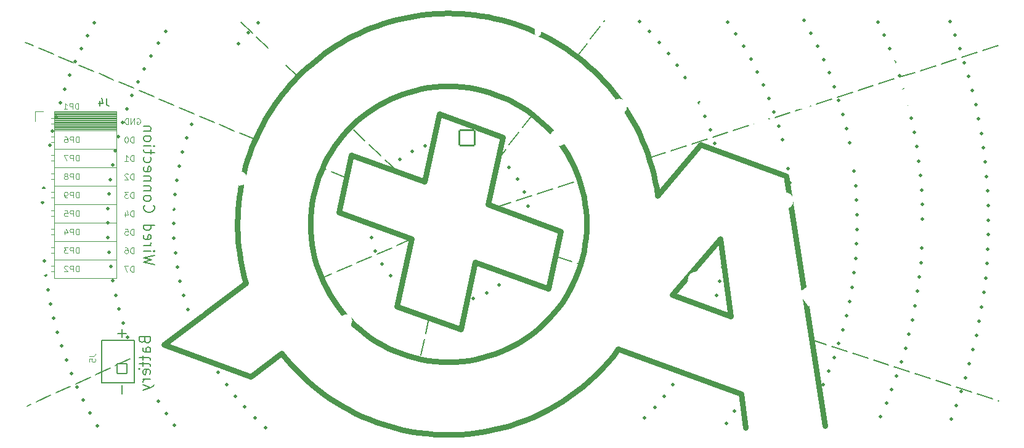
<source format=gbr>
%TF.GenerationSoftware,KiCad,Pcbnew,8.0.4*%
%TF.CreationDate,2025-03-19T10:06:25-07:00*%
%TF.ProjectId,aqp_controller,6171705f-636f-46e7-9472-6f6c6c65722e,rev0*%
%TF.SameCoordinates,Original*%
%TF.FileFunction,Legend,Bot*%
%TF.FilePolarity,Positive*%
%FSLAX46Y46*%
G04 Gerber Fmt 4.6, Leading zero omitted, Abs format (unit mm)*
G04 Created by KiCad (PCBNEW 8.0.4) date 2025-03-19 10:06:25*
%MOMM*%
%LPD*%
G01*
G04 APERTURE LIST*
G04 Aperture macros list*
%AMRoundRect*
0 Rectangle with rounded corners*
0 $1 Rounding radius*
0 $2 $3 $4 $5 $6 $7 $8 $9 X,Y pos of 4 corners*
0 Add a 4 corners polygon primitive as box body*
4,1,4,$2,$3,$4,$5,$6,$7,$8,$9,$2,$3,0*
0 Add four circle primitives for the rounded corners*
1,1,$1+$1,$2,$3*
1,1,$1+$1,$4,$5*
1,1,$1+$1,$6,$7*
1,1,$1+$1,$8,$9*
0 Add four rect primitives between the rounded corners*
20,1,$1+$1,$2,$3,$4,$5,0*
20,1,$1+$1,$4,$5,$6,$7,0*
20,1,$1+$1,$6,$7,$8,$9,0*
20,1,$1+$1,$8,$9,$2,$3,0*%
G04 Aperture macros list end*
%ADD10C,0.200000*%
%ADD11C,0.750000*%
%ADD12C,0.500000*%
%ADD13C,0.100000*%
%ADD14C,0.150000*%
%ADD15C,0.127000*%
%ADD16C,0.120000*%
%ADD17RoundRect,0.102000X-1.050000X-1.050000X1.050000X-1.050000X1.050000X1.050000X-1.050000X1.050000X0*%
%ADD18C,2.304000*%
%ADD19C,2.154000*%
%ADD20C,1.712000*%
%ADD21R,1.700000X1.700000*%
%ADD22O,1.700000X1.700000*%
%ADD23RoundRect,0.102000X1.376798X-0.556262X0.556262X1.376798X-1.376798X0.556262X-0.556262X-1.376798X0*%
%ADD24C,1.982000*%
%ADD25C,2.490000*%
%ADD26RoundRect,0.102000X0.556262X1.376798X-1.376798X0.556262X-0.556262X-1.376798X1.376798X-0.556262X0*%
%ADD27RoundRect,0.102000X0.206662X1.470473X-1.470473X0.206662X-0.206662X-1.470473X1.470473X-0.206662X0*%
%ADD28O,0.890000X1.550000*%
%ADD29O,1.250000X0.950000*%
%ADD30RoundRect,0.102000X1.470473X-0.206662X0.206662X1.470473X-1.470473X0.206662X-0.206662X-1.470473X0*%
%ADD31RoundRect,0.102000X1.476790X0.155217X-0.155217X1.476790X-1.476790X-0.155217X0.155217X-1.476790X0*%
%ADD32RoundRect,0.102000X-0.155217X1.476790X-1.476790X-0.155217X0.155217X-1.476790X1.476790X0.155217X0*%
%ADD33RoundRect,0.102000X-0.654000X0.654000X-0.654000X-0.654000X0.654000X-0.654000X0.654000X0.654000X0*%
%ADD34C,1.512000*%
G04 APERTURE END LIST*
D10*
X133679792Y-112704115D02*
X133225429Y-114856684D01*
X133060206Y-115639437D02*
X132605842Y-117792006D01*
D11*
X113481878Y-81959008D02*
X114007234Y-81302978D01*
X114549322Y-80665686D01*
X115107521Y-80047074D01*
X115681213Y-79447086D01*
X116269780Y-78865668D01*
X116872602Y-78302763D01*
X117117584Y-78082773D01*
D10*
X142875000Y-97475000D02*
X144968455Y-96798653D01*
X145729712Y-96552709D02*
X147823167Y-95876361D01*
X148584423Y-95630417D02*
X150677878Y-94954070D01*
X151439135Y-94708126D02*
X153532590Y-94031779D01*
D11*
X123037020Y-90274170D02*
X121309693Y-98197508D01*
X135082867Y-84654239D02*
X133062246Y-93923053D01*
X108514581Y-107887158D02*
X108292227Y-107074818D01*
X108093880Y-106256455D01*
X107919533Y-105432629D01*
X107769179Y-104603897D01*
X107642812Y-103770821D01*
X107540425Y-102933960D01*
X107462011Y-102093872D01*
X107407563Y-101251118D01*
X129314300Y-111115206D02*
X138045283Y-114293024D01*
D10*
X92600000Y-118300000D02*
X90604147Y-119225511D01*
X89878382Y-119562060D02*
X87882529Y-120487571D01*
X87156764Y-120824120D02*
X85160911Y-121749631D01*
X84435146Y-122086180D02*
X82439293Y-123011691D01*
X81713528Y-123348240D02*
X79717675Y-124273751D01*
X78991910Y-124610300D02*
X78475000Y-124850000D01*
D11*
X107406251Y-101234997D02*
X107406827Y-101233168D01*
D12*
X92302103Y-115318995D02*
X92302103Y-115318995D01*
X91668273Y-113422246D02*
X91668273Y-113422246D01*
X91115682Y-111500257D02*
X91115682Y-111500257D01*
X90645331Y-109556506D02*
X90645331Y-109556506D01*
X90258071Y-107594511D02*
X90258071Y-107594511D01*
X89954602Y-105617821D02*
X89954602Y-105617821D01*
X89735474Y-103630013D02*
X89735474Y-103630013D01*
X89601082Y-101634684D02*
X89601082Y-101634684D01*
X89551670Y-99635446D02*
X89551670Y-99635446D01*
X89587329Y-97635915D02*
X89587329Y-97635915D01*
X89707992Y-95639709D02*
X89707992Y-95639709D01*
X89913441Y-93650441D02*
X89913441Y-93650441D01*
X90203306Y-91671710D02*
X90203306Y-91671710D01*
X90577061Y-89707097D02*
X90577061Y-89707097D01*
X91034030Y-87760157D02*
X91034030Y-87760157D01*
X91573387Y-85834413D02*
X91573387Y-85834413D01*
D11*
X165115182Y-95901787D02*
X171028512Y-88865262D01*
D12*
X174037525Y-105669006D02*
X174037525Y-105669006D01*
X173659516Y-107632723D02*
X173659516Y-107632723D01*
X173178676Y-109573823D02*
X173178676Y-109573823D01*
X172596337Y-111486924D02*
X172596337Y-111486924D01*
D11*
X154191892Y-106258651D02*
X154502462Y-105333221D01*
X154763024Y-104403223D01*
X154974290Y-103470183D01*
X155136971Y-102535628D01*
X155251781Y-101601086D01*
X155319430Y-100668084D01*
X155340632Y-99738148D01*
X155316099Y-98812807D01*
X155246541Y-97893587D01*
X155132673Y-96982015D01*
X154975205Y-96079619D01*
X154774849Y-95187925D01*
X154532319Y-94308460D01*
X154248326Y-93442753D01*
X153923582Y-92592330D01*
X153558800Y-91758718D01*
X153154691Y-90943443D01*
X152711968Y-90148035D01*
X152231342Y-89374019D01*
X151713526Y-88622922D01*
X151159233Y-87896273D01*
X150569173Y-87195597D01*
X149944060Y-86522422D01*
X149284605Y-85878276D01*
X148591521Y-85264685D01*
X147865519Y-84683176D01*
X147107312Y-84135277D01*
X146317612Y-83622515D01*
X145497130Y-83146417D01*
X144646580Y-82708509D01*
X143766674Y-82310320D01*
X142858123Y-81953377D01*
X110028810Y-87665103D02*
X110392940Y-86904052D01*
X110778411Y-86153960D01*
X111184194Y-85416175D01*
X111609263Y-84692043D01*
X112052593Y-83982913D01*
X112513156Y-83290132D01*
X112989926Y-82615048D01*
X113481878Y-81959008D01*
X141793855Y-97101099D02*
X143814476Y-87832284D01*
D10*
X186225000Y-115675000D02*
X188315525Y-116360351D01*
X189075715Y-116609570D02*
X191166240Y-117294922D01*
X191926431Y-117544140D02*
X194016956Y-118229492D01*
X194777146Y-118478710D02*
X196867671Y-119164062D01*
X197627862Y-119413281D02*
X199718387Y-120098632D01*
X200478577Y-120347851D02*
X202569102Y-121033202D01*
X203329293Y-121282421D02*
X205419817Y-121967772D01*
X206180008Y-122216991D02*
X208270533Y-122902342D01*
X209030724Y-123151561D02*
X211121248Y-123836913D01*
X211881439Y-124086131D02*
X212000000Y-124125000D01*
D12*
X168377202Y-120222420D02*
X168377202Y-120222420D01*
X167241029Y-121868077D02*
X167241029Y-121868077D01*
X166019815Y-123451653D02*
X166019815Y-123451653D01*
X164716945Y-124968757D02*
X164716945Y-124968757D01*
X163336030Y-126415183D02*
X163336030Y-126415183D01*
D10*
X111587500Y-75587500D02*
X110001957Y-74062359D01*
X109425397Y-73507762D02*
X107839854Y-71982621D01*
D11*
X150093008Y-108673778D02*
X151820335Y-100750439D01*
X171028512Y-88865262D02*
X182769380Y-93138588D01*
D12*
X128248176Y-92248415D02*
X128248176Y-92248415D01*
X129689367Y-90865666D02*
X129689367Y-90865666D01*
X131356527Y-89765847D02*
X131356527Y-89765847D01*
X133194862Y-88985109D02*
X133194862Y-88985109D01*
D10*
X147875000Y-84750000D02*
X146536733Y-86496150D01*
X146050090Y-87131114D02*
X144711823Y-88877264D01*
X144225180Y-89512228D02*
X143627055Y-90292653D01*
D11*
X108526331Y-107854873D02*
X108514581Y-107887158D01*
X176564610Y-123131982D02*
X159701240Y-116994217D01*
D12*
X195429825Y-71969469D02*
X195429825Y-71969469D01*
X196248429Y-73794180D02*
X196248429Y-73794180D01*
X197010487Y-75643220D02*
X197010487Y-75643220D01*
X197715277Y-77514839D02*
X197715277Y-77514839D01*
X198362131Y-79407261D02*
X198362131Y-79407261D01*
X198950436Y-81318696D02*
X198950436Y-81318696D01*
X199479635Y-83247331D02*
X199479635Y-83247331D01*
X199949226Y-85191339D02*
X199949226Y-85191339D01*
X200358765Y-87148879D02*
X200358765Y-87148879D01*
X200707863Y-89118096D02*
X200707863Y-89118096D01*
X200996190Y-91097124D02*
X200996190Y-91097124D01*
X201223472Y-93084088D02*
X201223472Y-93084088D01*
X201389494Y-95077106D02*
X201389494Y-95077106D01*
X201494100Y-97074290D02*
X201494100Y-97074290D01*
X201537189Y-99073746D02*
X201537189Y-99073746D01*
X201518721Y-101073582D02*
X201518721Y-101073582D01*
X201438714Y-103071902D02*
X201438714Y-103071902D01*
X201297242Y-105066813D02*
X201297242Y-105066813D01*
X201094442Y-107056425D02*
X201094442Y-107056425D01*
X200830503Y-109038853D02*
X200830503Y-109038853D01*
X200505677Y-111012219D02*
X200505677Y-111012219D01*
X200120272Y-112974653D02*
X200120272Y-112974653D01*
X199674652Y-114924296D02*
X199674652Y-114924296D01*
X199169239Y-116859300D02*
X199169239Y-116859300D01*
X198604513Y-118777833D02*
X198604513Y-118777833D01*
X197981008Y-120678077D02*
X197981008Y-120678077D01*
X197299315Y-122558231D02*
X197299315Y-122558231D01*
X196560081Y-124416514D02*
X196560081Y-124416514D01*
X195764005Y-126251166D02*
X195764005Y-126251166D01*
D11*
X126455403Y-127019599D02*
X125498351Y-126652140D01*
X124557626Y-126252552D01*
X123633908Y-125821335D01*
X122727875Y-125358987D01*
X121840205Y-124866008D01*
X120971577Y-124342898D01*
X120122671Y-123790156D01*
X119294165Y-123208281D01*
X118486737Y-122597773D01*
X117701067Y-121959132D01*
X116937833Y-121292856D01*
X116197715Y-120599446D01*
X115481390Y-119879401D01*
X114789538Y-119133220D01*
X114122838Y-118361403D01*
X113481968Y-117564449D01*
X177175000Y-127800000D02*
X176564610Y-123131982D01*
X142858123Y-81953377D02*
X141932696Y-81642807D01*
X141002701Y-81382246D01*
X140069664Y-81170980D01*
X139135111Y-81008299D01*
X138200571Y-80893489D01*
X137267571Y-80825839D01*
X136337637Y-80804636D01*
X135412297Y-80829169D01*
X134493078Y-80898725D01*
X133581507Y-81012592D01*
X132679111Y-81170058D01*
X131787417Y-81370412D01*
X130907953Y-81612940D01*
X130042246Y-81896931D01*
X129191823Y-82221673D01*
X128358210Y-82586453D01*
X127542936Y-82990560D01*
X126747527Y-83433281D01*
X125973510Y-83913904D01*
X125222413Y-84431718D01*
X124495763Y-84986009D01*
X123795087Y-85576067D01*
X123121911Y-86201178D01*
X122477764Y-86860631D01*
X121864173Y-87553714D01*
X121282663Y-88279714D01*
X120734764Y-89037920D01*
X120222001Y-89827619D01*
X119745902Y-90648099D01*
X119307995Y-91498648D01*
X118909805Y-92378554D01*
X118552862Y-93287106D01*
X121309693Y-98197508D02*
X131334920Y-101846392D01*
X167116727Y-109527301D02*
X175127328Y-112442922D01*
D10*
X154050000Y-76675000D02*
X155403730Y-74940810D01*
X155895995Y-74310195D02*
X157249725Y-72576005D01*
X157741991Y-71945391D02*
X157875000Y-71775000D01*
D11*
X140066529Y-105024438D02*
X150093008Y-108673778D01*
X109243897Y-120755123D02*
X97298593Y-116407388D01*
D12*
X129920394Y-108239059D02*
X129920394Y-108239059D01*
X128444831Y-106893062D02*
X128444831Y-106893062D01*
X127237002Y-105302421D02*
X127237002Y-105302421D01*
X126336734Y-103519584D02*
X126336734Y-103519584D01*
X125773710Y-101603339D02*
X125773710Y-101603339D01*
D11*
X151820335Y-100750439D02*
X141793855Y-97101099D01*
D10*
X115525000Y-79375000D02*
X114059375Y-77965188D01*
D11*
X118552862Y-93287106D02*
X118242291Y-94212535D01*
X117981729Y-95142534D01*
X117770463Y-96075574D01*
X117607781Y-97010128D01*
X117492972Y-97944670D01*
X117425322Y-98877673D01*
X117404120Y-99807608D01*
X117428653Y-100732949D01*
X117498210Y-101652169D01*
X117612079Y-102563741D01*
X117769546Y-103466138D01*
X117969901Y-104357831D01*
X118212431Y-105237295D01*
X118496423Y-106103003D01*
X118821166Y-106953426D01*
X119185948Y-107787038D01*
X119590056Y-108602311D01*
X120032778Y-109397720D01*
X120513402Y-110171735D01*
X121031217Y-110922831D01*
X121585509Y-111649480D01*
X122175567Y-112350155D01*
X122800678Y-113023329D01*
X123460131Y-113667475D01*
X124153214Y-114281065D01*
X124879213Y-114862573D01*
X125637418Y-115410471D01*
X126427115Y-115923233D01*
X127247593Y-116399330D01*
X128098140Y-116837236D01*
X128978044Y-117235424D01*
X129886592Y-117592367D01*
X117117584Y-78082773D02*
X117145512Y-78057794D01*
X133062246Y-93923053D02*
X123037020Y-90274170D01*
X131334920Y-101846392D02*
X129314300Y-111115206D01*
D10*
X109700000Y-88125000D02*
X107674405Y-87266534D01*
X106937825Y-86954364D02*
X104912230Y-86095897D01*
X104175650Y-85783728D02*
X102150055Y-84925261D01*
X101413475Y-84613092D02*
X99387880Y-83754625D01*
X98651300Y-83442456D02*
X96625705Y-82583989D01*
X95889125Y-82271819D02*
X93863530Y-81413353D01*
X93126950Y-81101183D02*
X91101355Y-80242717D01*
X90364775Y-79930547D02*
X88339179Y-79072081D01*
X87602599Y-78759911D02*
X85577004Y-77901445D01*
X84840424Y-77589275D02*
X82814829Y-76730809D01*
X82078249Y-76418639D02*
X80052654Y-75560173D01*
X79316074Y-75248003D02*
X78200001Y-74775000D01*
X151224387Y-104272291D02*
X153320777Y-104939485D01*
X154083101Y-105182101D02*
X154374998Y-105275000D01*
D11*
X113481968Y-117564449D02*
X109243897Y-120755123D01*
X117145512Y-78057794D02*
X118661596Y-76804248D01*
D12*
X174742631Y-71966335D02*
X174742631Y-71966335D01*
X175876943Y-73613372D02*
X175876943Y-73613372D01*
X176940248Y-75307120D02*
X176940248Y-75307120D01*
X177930625Y-77044517D02*
X177930625Y-77044517D01*
X178846286Y-78822427D02*
X178846286Y-78822427D01*
X179685577Y-80637638D02*
X179685577Y-80637638D01*
X180446981Y-82486870D02*
X180446981Y-82486870D01*
X181129123Y-84366785D02*
X181129123Y-84366785D01*
X181730772Y-86273986D02*
X181730772Y-86273986D01*
X182250840Y-88205029D02*
X182250840Y-88205029D01*
X182688388Y-90156426D02*
X182688388Y-90156426D01*
X183042626Y-92124652D02*
X183042626Y-92124652D01*
X183312915Y-94106152D02*
X183312915Y-94106152D01*
X183498765Y-96097347D02*
X183498765Y-96097347D01*
X183599841Y-98094641D02*
X183599841Y-98094641D01*
X162605510Y-71878115D02*
X162605510Y-71878115D01*
X164023256Y-73288458D02*
X164023256Y-73288458D01*
X165364728Y-74771538D02*
X165364728Y-74771538D01*
X166626198Y-76323236D02*
X166626198Y-76323236D01*
X167804163Y-77939241D02*
X167804163Y-77939241D01*
X168895350Y-79615065D02*
X168895350Y-79615065D01*
X169896728Y-81346052D02*
X169896728Y-81346052D01*
X170805515Y-83127394D02*
X170805515Y-83127394D01*
X171619188Y-84954143D02*
X171619188Y-84954143D01*
X172335485Y-86821224D02*
X172335485Y-86821224D01*
X172952418Y-88723451D02*
X172952418Y-88723451D01*
X111227721Y-127777817D02*
X111227721Y-127777817D01*
X109773348Y-126405273D02*
X109773348Y-126405273D01*
X108393220Y-124958095D02*
X108393220Y-124958095D01*
X107091161Y-123440295D02*
X107091161Y-123440295D01*
X105870779Y-121856077D02*
X105870779Y-121856077D01*
X104735457Y-120209833D02*
X104735457Y-120209833D01*
X176780891Y-123863411D02*
X176780891Y-123863411D01*
X175707748Y-125550942D02*
X175707748Y-125550942D01*
X174563841Y-127191330D02*
X174563841Y-127191330D01*
D11*
X173696466Y-101800515D02*
X167116727Y-109527301D01*
X159701240Y-116994217D02*
X158972653Y-117940001D01*
X158210041Y-118849266D01*
X157414804Y-119721583D01*
X156588342Y-120556524D01*
X155732055Y-121353660D01*
X154847343Y-122112561D01*
X153935608Y-122832800D01*
X152998249Y-123513948D01*
X152036667Y-124155576D01*
X151052261Y-124757256D01*
X150046433Y-125318558D01*
X149020583Y-125839054D01*
X147976111Y-126318316D01*
X146914417Y-126755915D01*
X145836901Y-127151421D01*
X144744965Y-127504408D01*
X143640008Y-127814444D01*
X142523431Y-128081103D01*
X141396634Y-128303956D01*
X140261017Y-128482573D01*
X139117980Y-128616527D01*
X137968925Y-128705387D01*
X136815251Y-128748727D01*
X135658359Y-128746117D01*
X134499649Y-128697128D01*
X133340521Y-128601332D01*
X132182376Y-128458300D01*
X131026614Y-128267603D01*
X129874635Y-128028814D01*
X128727840Y-127741502D01*
X127587629Y-127405240D01*
X126455403Y-127019599D01*
D10*
X164100000Y-90600000D02*
X166194384Y-89926533D01*
X166955978Y-89681636D02*
X169050361Y-89008170D01*
X169811955Y-88763273D02*
X171906339Y-88089806D01*
X172667933Y-87844909D02*
X174762316Y-87171442D01*
X175523910Y-86926545D02*
X177618294Y-86253078D01*
X178379888Y-86008181D02*
X180474272Y-85334715D01*
X181235866Y-85089818D02*
X183330249Y-84416351D01*
X184091843Y-84171454D02*
X186186227Y-83497987D01*
X186947821Y-83253090D02*
X189042204Y-82579624D01*
X189803798Y-82334727D02*
X191898182Y-81661260D01*
X192659776Y-81416363D02*
X194754160Y-80742896D01*
X195515754Y-80497999D02*
X197610137Y-79824532D01*
X198371731Y-79579635D02*
X200466115Y-78906169D01*
X201227709Y-78661272D02*
X203322092Y-77987805D01*
X204083687Y-77742908D02*
X206178070Y-77069441D01*
X206939664Y-76824544D02*
X209034048Y-76151078D01*
X209795642Y-75906181D02*
X211890025Y-75232714D01*
D11*
X108548622Y-107939745D02*
X108526331Y-107854873D01*
D12*
X143171776Y-90679292D02*
X143171776Y-90679292D01*
X144653057Y-92018993D02*
X144653057Y-92018993D01*
X145867678Y-93604454D02*
X145867678Y-93604454D01*
X146775596Y-95383408D02*
X146775596Y-95383408D01*
X147346881Y-97297207D02*
X147346881Y-97297207D01*
X147562698Y-99282759D02*
X147562698Y-99282759D01*
X107500000Y-74975000D02*
X107500000Y-74975000D01*
X108828617Y-73480392D02*
X108828617Y-73480392D01*
X110233998Y-72057725D02*
X110233998Y-72057725D01*
D11*
X129886592Y-117592367D02*
X130812021Y-117902937D01*
X131742020Y-118163500D01*
X132675060Y-118374766D01*
X133609615Y-118537449D01*
X134544158Y-118652260D01*
X135477161Y-118719911D01*
X136407097Y-118741114D01*
X137332439Y-118716582D01*
X138251660Y-118647027D01*
X139163233Y-118533160D01*
X140065630Y-118375695D01*
X140957325Y-118175342D01*
X141836791Y-117932814D01*
X142702499Y-117648824D01*
X143552924Y-117324082D01*
X144386537Y-116959302D01*
X145201812Y-116555196D01*
X145997222Y-116112475D01*
X146771239Y-115631852D01*
X147522337Y-115114038D01*
X148248988Y-114559747D01*
X148949665Y-113969690D01*
X149622840Y-113344578D01*
X150266988Y-112685125D01*
X150880580Y-111992043D01*
X151462089Y-111266042D01*
X152009989Y-110507837D01*
X152522752Y-109718138D01*
X152998850Y-108897657D01*
X153436758Y-108047108D01*
X153834948Y-107167202D01*
X154191892Y-106258651D01*
X107407563Y-101251118D02*
X107406251Y-101234997D01*
X143814476Y-87832284D02*
X135082867Y-84654239D01*
D10*
X129250000Y-92450000D02*
X127656017Y-90933683D01*
X127076386Y-90382295D02*
X125482403Y-88865978D01*
X124902773Y-88314590D02*
X123308789Y-86798273D01*
D12*
X88092437Y-127522776D02*
X88092437Y-127522776D01*
X87121850Y-125774194D02*
X87121850Y-125774194D01*
X86214316Y-123992073D02*
X86214316Y-123992073D01*
X85370991Y-122178684D02*
X85370991Y-122178684D01*
X84592951Y-120336341D02*
X84592951Y-120336341D01*
X83881188Y-118467392D02*
X83881188Y-118467392D01*
X83236610Y-116574222D02*
X83236610Y-116574222D01*
X82660039Y-114659244D02*
X82660039Y-114659244D01*
X82152211Y-112724900D02*
X82152211Y-112724900D01*
X81713771Y-110773658D02*
X81713771Y-110773658D01*
X81345281Y-108808006D02*
X81345281Y-108808006D01*
X81047210Y-106830450D02*
X81047210Y-106830450D01*
X80819937Y-104843512D02*
X80819937Y-104843512D01*
X80663754Y-102849726D02*
X80663754Y-102849726D01*
X80578858Y-100851635D02*
X80578858Y-100851635D01*
X80565358Y-98851787D02*
X80565358Y-98851787D01*
X80623272Y-96852732D02*
X80623272Y-96852732D01*
X80752525Y-94857019D02*
X80752525Y-94857019D01*
X80952954Y-92867194D02*
X80952954Y-92867194D01*
X81224301Y-90885794D02*
X81224301Y-90885794D01*
X81566221Y-88915346D02*
X81566221Y-88915346D01*
X81978278Y-86958363D02*
X81978278Y-86958363D01*
X82459947Y-85017340D02*
X82459947Y-85017340D01*
X83010613Y-83094753D02*
X83010613Y-83094753D01*
X83629575Y-81193053D02*
X83629575Y-81193053D01*
X84316042Y-79314666D02*
X84316042Y-79314666D01*
X85069139Y-77461987D02*
X85069139Y-77461987D01*
X85887906Y-75637379D02*
X85887906Y-75637379D01*
X86771299Y-73843168D02*
X86771299Y-73843168D01*
X87718191Y-72081644D02*
X87718191Y-72081644D01*
X144769018Y-106811728D02*
X144769018Y-106811728D01*
X143307990Y-108173493D02*
X143307990Y-108173493D01*
X141624944Y-109248837D02*
X141624944Y-109248837D01*
X139775290Y-110002355D02*
X139775290Y-110002355D01*
X101242478Y-113387811D02*
X101242478Y-113387811D01*
X100558801Y-111508539D02*
X100558801Y-111508539D01*
X99975031Y-109595874D02*
X99975031Y-109595874D01*
X99492787Y-107655123D02*
X99492787Y-107655123D01*
X99113408Y-105691670D02*
X99113408Y-105691670D01*
X98837946Y-103710964D02*
X98837946Y-103710964D01*
X98667165Y-101718501D02*
X98667165Y-101718501D01*
X98601539Y-99719810D02*
X98601539Y-99719810D01*
X98641251Y-97720435D02*
X98641251Y-97720435D01*
X98786190Y-95725926D02*
X98786190Y-95725926D01*
X99035954Y-93741816D02*
X99035954Y-93741816D01*
X99389850Y-91773610D02*
X99389850Y-91773610D01*
X99846896Y-89826771D02*
X99846896Y-89826771D01*
X100405823Y-87906699D02*
X100405823Y-87906699D01*
X101065082Y-86018723D02*
X101065082Y-86018723D01*
X185224858Y-71775081D02*
X185224858Y-71775081D01*
X186182995Y-73530514D02*
X186182995Y-73530514D01*
X187077830Y-75319046D02*
X187077830Y-75319046D01*
X187908223Y-77138392D02*
X187908223Y-77138392D01*
X188673113Y-78986234D02*
X188673113Y-78986234D01*
X189371526Y-80860212D02*
X189371526Y-80860212D01*
X190002569Y-82757937D02*
X190002569Y-82757937D01*
X190565438Y-84676987D02*
X190565438Y-84676987D01*
X191059415Y-86614914D02*
X191059415Y-86614914D01*
X191483869Y-88569246D02*
X191483869Y-88569246D01*
X191838259Y-90537489D02*
X191838259Y-90537489D01*
X192122133Y-92517133D02*
X192122133Y-92517133D01*
X192335129Y-94505652D02*
X192335129Y-94505652D01*
X192476975Y-96500509D02*
X192476975Y-96500509D01*
X192547490Y-98499159D02*
X192547490Y-98499159D01*
X192546585Y-100499053D02*
X192546585Y-100499053D01*
X192474259Y-102497638D02*
X192474259Y-102497638D01*
X192330606Y-104492366D02*
X192330606Y-104492366D01*
X192115809Y-106480691D02*
X192115809Y-106480691D01*
X191830141Y-108460077D02*
X191830141Y-108460077D01*
X191473968Y-110427999D02*
X191473968Y-110427999D01*
X191047744Y-112381945D02*
X191047744Y-112381945D01*
X190552012Y-114319424D02*
X190552012Y-114319424D01*
X189987405Y-116237964D02*
X189987405Y-116237964D01*
X189354643Y-118135116D02*
X189354643Y-118135116D01*
X188654533Y-120008461D02*
X188654533Y-120008461D01*
X187887969Y-121855608D02*
X187887969Y-121855608D01*
D10*
X122325000Y-93450000D02*
X120302083Y-92585242D01*
X119566477Y-92270784D02*
X119050000Y-92050000D01*
D12*
X98748767Y-127456411D02*
X98748767Y-127456411D01*
X97593631Y-125823909D02*
X97593631Y-125823909D01*
X96508923Y-124143788D02*
X96508923Y-124143788D01*
X205273347Y-71915364D02*
X205273347Y-71915364D01*
X205992706Y-73781450D02*
X205992706Y-73781450D01*
X206661395Y-75666287D02*
X206661395Y-75666287D01*
X207278925Y-77568500D02*
X207278925Y-77568500D01*
X207844845Y-79486700D02*
X207844845Y-79486700D01*
X208358742Y-81419487D02*
X208358742Y-81419487D01*
X208820241Y-83365451D02*
X208820241Y-83365451D01*
X209229006Y-85323171D02*
X209229006Y-85323171D01*
X209584738Y-87291219D02*
X209584738Y-87291219D01*
X209887178Y-89268158D02*
X209887178Y-89268158D01*
X210136104Y-91252545D02*
X210136104Y-91252545D01*
X210331336Y-93242932D02*
X210331336Y-93242932D01*
X210472729Y-95237867D02*
X210472729Y-95237867D01*
X210560183Y-97235893D02*
X210560183Y-97235893D01*
X210593632Y-99235552D02*
X210593632Y-99235552D01*
X210573051Y-101235386D02*
X210573051Y-101235386D01*
X210498458Y-103233933D02*
X210498458Y-103233933D01*
X210369904Y-105229737D02*
X210369904Y-105229737D01*
X210187486Y-107221339D02*
X210187486Y-107221339D01*
X209951334Y-109207287D02*
X209951334Y-109207287D01*
X209661623Y-111186131D02*
X209661623Y-111186131D01*
X209318563Y-113156427D02*
X209318563Y-113156427D01*
X208922405Y-115116737D02*
X208922405Y-115116737D01*
X208473437Y-117065630D02*
X208473437Y-117065630D01*
X207971988Y-119001685D02*
X207971988Y-119001685D01*
X207418424Y-120923487D02*
X207418424Y-120923487D01*
X206813148Y-122829634D02*
X206813148Y-122829634D01*
X206156602Y-124718735D02*
X206156602Y-124718735D01*
X205449266Y-126589412D02*
X205449266Y-126589412D01*
D11*
X107406827Y-101233168D02*
X107376875Y-100377439D01*
X107372067Y-99520092D01*
X107392553Y-98661694D01*
X107438482Y-97802814D01*
X107510004Y-96944017D01*
X107607270Y-96085872D01*
X107730428Y-95228946D01*
X107879631Y-94373807D01*
X108055026Y-93521021D01*
X108256765Y-92671157D01*
X108484998Y-91824782D01*
X108739873Y-90982464D01*
X109021542Y-90144769D01*
X109330155Y-89312266D01*
X109665860Y-88485521D01*
X110028810Y-87665103D01*
X146291696Y-72519833D02*
X147241317Y-72883886D01*
X148172444Y-73277754D01*
X149084595Y-73700821D01*
X149977287Y-74152470D01*
X150850038Y-74632085D01*
X151702367Y-75139050D01*
X152533791Y-75672750D01*
X153343828Y-76232567D01*
X154131995Y-76817887D01*
X154897812Y-77428092D01*
X155640795Y-78062567D01*
X156360463Y-78720695D01*
X157056334Y-79401862D01*
X157727925Y-80105449D01*
X158374754Y-80830843D01*
X158996340Y-81577425D01*
X159592200Y-82344581D01*
X160161852Y-83131694D01*
X160704814Y-83938149D01*
X161220604Y-84763328D01*
X161708740Y-85606617D01*
X162168739Y-86467398D01*
X162600121Y-87345056D01*
X163002401Y-88238975D01*
X163375100Y-89148539D01*
X163717733Y-90073132D01*
X164029820Y-91012136D01*
X164310879Y-91964938D01*
X164560426Y-92930920D01*
X164777980Y-93909466D01*
X164963059Y-94899960D01*
X165115182Y-95901787D01*
D12*
X92302104Y-115318995D02*
X92302104Y-115318995D01*
X91668274Y-113422246D02*
X91668274Y-113422246D01*
X91115683Y-111500257D02*
X91115683Y-111500257D01*
X90645332Y-109556506D02*
X90645332Y-109556506D01*
X90258072Y-107594511D02*
X90258072Y-107594511D01*
X89954603Y-105617821D02*
X89954603Y-105617821D01*
X89735474Y-103630013D02*
X89735474Y-103630013D01*
X89601082Y-101634685D02*
X89601082Y-101634685D01*
X89551670Y-99635446D02*
X89551670Y-99635446D01*
X89587328Y-97635915D02*
X89587328Y-97635915D01*
X89707991Y-95639709D02*
X89707991Y-95639709D01*
X89913441Y-93650441D02*
X89913441Y-93650441D01*
X90203305Y-91671710D02*
X90203305Y-91671710D01*
X90577060Y-89707097D02*
X90577060Y-89707097D01*
X91034029Y-87760157D02*
X91034029Y-87760157D01*
X91573385Y-85834413D02*
X91573385Y-85834413D01*
X92194152Y-83933348D02*
X92194152Y-83933348D01*
X92895208Y-82060405D02*
X92895208Y-82060405D01*
X93675282Y-80218970D02*
X93675282Y-80218970D01*
X94532965Y-78412378D02*
X94532965Y-78412378D01*
X95466703Y-76643895D02*
X95466703Y-76643895D01*
X96474808Y-74916724D02*
X96474808Y-74916724D01*
X97555455Y-73233988D02*
X97555455Y-73233988D01*
D11*
X138045283Y-114293024D02*
X140066529Y-105024438D01*
X118661596Y-76804248D02*
X119391859Y-76259534D01*
X120137259Y-75739224D01*
X120897143Y-75243529D01*
X121670854Y-74772659D01*
X122457740Y-74326824D01*
X123257145Y-73906233D01*
X124068414Y-73511097D01*
X124890894Y-73141626D01*
X125723930Y-72798030D01*
X126566866Y-72480518D01*
X127419050Y-72189301D01*
X128279825Y-71924590D01*
X129148538Y-71686593D01*
X130024534Y-71475521D01*
X130907158Y-71291584D01*
X131795757Y-71134992D01*
X132689674Y-71005955D01*
X133588257Y-70904684D01*
X134490850Y-70831387D01*
X135396799Y-70786276D01*
X136305450Y-70769559D01*
X137216147Y-70781448D01*
X138128236Y-70822153D01*
X139041063Y-70891882D01*
X139953974Y-70990847D01*
X140866313Y-71119257D01*
X141777426Y-71277323D01*
X142686659Y-71465254D01*
X143593357Y-71683260D01*
X144496865Y-71931552D01*
X145396530Y-72210340D01*
X146291696Y-72519833D01*
X175127328Y-112442922D02*
X173696466Y-101800515D01*
X97298593Y-116407388D02*
X108548622Y-107939745D01*
X182769380Y-93138588D02*
X188126221Y-127580386D01*
D10*
X131334920Y-101846392D02*
X129316348Y-102721245D01*
X128582322Y-103039373D02*
X126563750Y-103914226D01*
X125829724Y-104232354D02*
X123811152Y-105107207D01*
X123077126Y-105425335D02*
X121058554Y-106300188D01*
X120324528Y-106618317D02*
X118924955Y-107224894D01*
D13*
X85587217Y-106334895D02*
X85587217Y-105534895D01*
X85587217Y-105534895D02*
X85396741Y-105534895D01*
X85396741Y-105534895D02*
X85282455Y-105572990D01*
X85282455Y-105572990D02*
X85206265Y-105649180D01*
X85206265Y-105649180D02*
X85168170Y-105725371D01*
X85168170Y-105725371D02*
X85130074Y-105877752D01*
X85130074Y-105877752D02*
X85130074Y-105992038D01*
X85130074Y-105992038D02*
X85168170Y-106144419D01*
X85168170Y-106144419D02*
X85206265Y-106220609D01*
X85206265Y-106220609D02*
X85282455Y-106296800D01*
X85282455Y-106296800D02*
X85396741Y-106334895D01*
X85396741Y-106334895D02*
X85587217Y-106334895D01*
X84787217Y-106334895D02*
X84787217Y-105534895D01*
X84787217Y-105534895D02*
X84482455Y-105534895D01*
X84482455Y-105534895D02*
X84406265Y-105572990D01*
X84406265Y-105572990D02*
X84368170Y-105611085D01*
X84368170Y-105611085D02*
X84330074Y-105687276D01*
X84330074Y-105687276D02*
X84330074Y-105801561D01*
X84330074Y-105801561D02*
X84368170Y-105877752D01*
X84368170Y-105877752D02*
X84406265Y-105915847D01*
X84406265Y-105915847D02*
X84482455Y-105953942D01*
X84482455Y-105953942D02*
X84787217Y-105953942D01*
X84025313Y-105611085D02*
X83987217Y-105572990D01*
X83987217Y-105572990D02*
X83911027Y-105534895D01*
X83911027Y-105534895D02*
X83720551Y-105534895D01*
X83720551Y-105534895D02*
X83644360Y-105572990D01*
X83644360Y-105572990D02*
X83606265Y-105611085D01*
X83606265Y-105611085D02*
X83568170Y-105687276D01*
X83568170Y-105687276D02*
X83568170Y-105763466D01*
X83568170Y-105763466D02*
X83606265Y-105877752D01*
X83606265Y-105877752D02*
X84063408Y-106334895D01*
X84063408Y-106334895D02*
X83568170Y-106334895D01*
X85587217Y-101254895D02*
X85587217Y-100454895D01*
X85587217Y-100454895D02*
X85396741Y-100454895D01*
X85396741Y-100454895D02*
X85282455Y-100492990D01*
X85282455Y-100492990D02*
X85206265Y-100569180D01*
X85206265Y-100569180D02*
X85168170Y-100645371D01*
X85168170Y-100645371D02*
X85130074Y-100797752D01*
X85130074Y-100797752D02*
X85130074Y-100912038D01*
X85130074Y-100912038D02*
X85168170Y-101064419D01*
X85168170Y-101064419D02*
X85206265Y-101140609D01*
X85206265Y-101140609D02*
X85282455Y-101216800D01*
X85282455Y-101216800D02*
X85396741Y-101254895D01*
X85396741Y-101254895D02*
X85587217Y-101254895D01*
X84787217Y-101254895D02*
X84787217Y-100454895D01*
X84787217Y-100454895D02*
X84482455Y-100454895D01*
X84482455Y-100454895D02*
X84406265Y-100492990D01*
X84406265Y-100492990D02*
X84368170Y-100531085D01*
X84368170Y-100531085D02*
X84330074Y-100607276D01*
X84330074Y-100607276D02*
X84330074Y-100721561D01*
X84330074Y-100721561D02*
X84368170Y-100797752D01*
X84368170Y-100797752D02*
X84406265Y-100835847D01*
X84406265Y-100835847D02*
X84482455Y-100873942D01*
X84482455Y-100873942D02*
X84787217Y-100873942D01*
X83644360Y-100721561D02*
X83644360Y-101254895D01*
X83834836Y-100416800D02*
X84025313Y-100988228D01*
X84025313Y-100988228D02*
X83530074Y-100988228D01*
X93112217Y-106359895D02*
X93112217Y-105559895D01*
X93112217Y-105559895D02*
X92921741Y-105559895D01*
X92921741Y-105559895D02*
X92807455Y-105597990D01*
X92807455Y-105597990D02*
X92731265Y-105674180D01*
X92731265Y-105674180D02*
X92693170Y-105750371D01*
X92693170Y-105750371D02*
X92655074Y-105902752D01*
X92655074Y-105902752D02*
X92655074Y-106017038D01*
X92655074Y-106017038D02*
X92693170Y-106169419D01*
X92693170Y-106169419D02*
X92731265Y-106245609D01*
X92731265Y-106245609D02*
X92807455Y-106321800D01*
X92807455Y-106321800D02*
X92921741Y-106359895D01*
X92921741Y-106359895D02*
X93112217Y-106359895D01*
X92388408Y-105559895D02*
X91855074Y-105559895D01*
X91855074Y-105559895D02*
X92197932Y-106359895D01*
X85537217Y-83964895D02*
X85537217Y-83164895D01*
X85537217Y-83164895D02*
X85346741Y-83164895D01*
X85346741Y-83164895D02*
X85232455Y-83202990D01*
X85232455Y-83202990D02*
X85156265Y-83279180D01*
X85156265Y-83279180D02*
X85118170Y-83355371D01*
X85118170Y-83355371D02*
X85080074Y-83507752D01*
X85080074Y-83507752D02*
X85080074Y-83622038D01*
X85080074Y-83622038D02*
X85118170Y-83774419D01*
X85118170Y-83774419D02*
X85156265Y-83850609D01*
X85156265Y-83850609D02*
X85232455Y-83926800D01*
X85232455Y-83926800D02*
X85346741Y-83964895D01*
X85346741Y-83964895D02*
X85537217Y-83964895D01*
X84737217Y-83964895D02*
X84737217Y-83164895D01*
X84737217Y-83164895D02*
X84432455Y-83164895D01*
X84432455Y-83164895D02*
X84356265Y-83202990D01*
X84356265Y-83202990D02*
X84318170Y-83241085D01*
X84318170Y-83241085D02*
X84280074Y-83317276D01*
X84280074Y-83317276D02*
X84280074Y-83431561D01*
X84280074Y-83431561D02*
X84318170Y-83507752D01*
X84318170Y-83507752D02*
X84356265Y-83545847D01*
X84356265Y-83545847D02*
X84432455Y-83583942D01*
X84432455Y-83583942D02*
X84737217Y-83583942D01*
X83518170Y-83964895D02*
X83975313Y-83964895D01*
X83746741Y-83964895D02*
X83746741Y-83164895D01*
X83746741Y-83164895D02*
X83822932Y-83279180D01*
X83822932Y-83279180D02*
X83899122Y-83355371D01*
X83899122Y-83355371D02*
X83975313Y-83393466D01*
X93112217Y-91119895D02*
X93112217Y-90319895D01*
X93112217Y-90319895D02*
X92921741Y-90319895D01*
X92921741Y-90319895D02*
X92807455Y-90357990D01*
X92807455Y-90357990D02*
X92731265Y-90434180D01*
X92731265Y-90434180D02*
X92693170Y-90510371D01*
X92693170Y-90510371D02*
X92655074Y-90662752D01*
X92655074Y-90662752D02*
X92655074Y-90777038D01*
X92655074Y-90777038D02*
X92693170Y-90929419D01*
X92693170Y-90929419D02*
X92731265Y-91005609D01*
X92731265Y-91005609D02*
X92807455Y-91081800D01*
X92807455Y-91081800D02*
X92921741Y-91119895D01*
X92921741Y-91119895D02*
X93112217Y-91119895D01*
X91893170Y-91119895D02*
X92350313Y-91119895D01*
X92121741Y-91119895D02*
X92121741Y-90319895D01*
X92121741Y-90319895D02*
X92197932Y-90434180D01*
X92197932Y-90434180D02*
X92274122Y-90510371D01*
X92274122Y-90510371D02*
X92350313Y-90548466D01*
X85587217Y-93634895D02*
X85587217Y-92834895D01*
X85587217Y-92834895D02*
X85396741Y-92834895D01*
X85396741Y-92834895D02*
X85282455Y-92872990D01*
X85282455Y-92872990D02*
X85206265Y-92949180D01*
X85206265Y-92949180D02*
X85168170Y-93025371D01*
X85168170Y-93025371D02*
X85130074Y-93177752D01*
X85130074Y-93177752D02*
X85130074Y-93292038D01*
X85130074Y-93292038D02*
X85168170Y-93444419D01*
X85168170Y-93444419D02*
X85206265Y-93520609D01*
X85206265Y-93520609D02*
X85282455Y-93596800D01*
X85282455Y-93596800D02*
X85396741Y-93634895D01*
X85396741Y-93634895D02*
X85587217Y-93634895D01*
X84787217Y-93634895D02*
X84787217Y-92834895D01*
X84787217Y-92834895D02*
X84482455Y-92834895D01*
X84482455Y-92834895D02*
X84406265Y-92872990D01*
X84406265Y-92872990D02*
X84368170Y-92911085D01*
X84368170Y-92911085D02*
X84330074Y-92987276D01*
X84330074Y-92987276D02*
X84330074Y-93101561D01*
X84330074Y-93101561D02*
X84368170Y-93177752D01*
X84368170Y-93177752D02*
X84406265Y-93215847D01*
X84406265Y-93215847D02*
X84482455Y-93253942D01*
X84482455Y-93253942D02*
X84787217Y-93253942D01*
X83872932Y-93177752D02*
X83949122Y-93139657D01*
X83949122Y-93139657D02*
X83987217Y-93101561D01*
X83987217Y-93101561D02*
X84025313Y-93025371D01*
X84025313Y-93025371D02*
X84025313Y-92987276D01*
X84025313Y-92987276D02*
X83987217Y-92911085D01*
X83987217Y-92911085D02*
X83949122Y-92872990D01*
X83949122Y-92872990D02*
X83872932Y-92834895D01*
X83872932Y-92834895D02*
X83720551Y-92834895D01*
X83720551Y-92834895D02*
X83644360Y-92872990D01*
X83644360Y-92872990D02*
X83606265Y-92911085D01*
X83606265Y-92911085D02*
X83568170Y-92987276D01*
X83568170Y-92987276D02*
X83568170Y-93025371D01*
X83568170Y-93025371D02*
X83606265Y-93101561D01*
X83606265Y-93101561D02*
X83644360Y-93139657D01*
X83644360Y-93139657D02*
X83720551Y-93177752D01*
X83720551Y-93177752D02*
X83872932Y-93177752D01*
X83872932Y-93177752D02*
X83949122Y-93215847D01*
X83949122Y-93215847D02*
X83987217Y-93253942D01*
X83987217Y-93253942D02*
X84025313Y-93330133D01*
X84025313Y-93330133D02*
X84025313Y-93482514D01*
X84025313Y-93482514D02*
X83987217Y-93558704D01*
X83987217Y-93558704D02*
X83949122Y-93596800D01*
X83949122Y-93596800D02*
X83872932Y-93634895D01*
X83872932Y-93634895D02*
X83720551Y-93634895D01*
X83720551Y-93634895D02*
X83644360Y-93596800D01*
X83644360Y-93596800D02*
X83606265Y-93558704D01*
X83606265Y-93558704D02*
X83568170Y-93482514D01*
X83568170Y-93482514D02*
X83568170Y-93330133D01*
X83568170Y-93330133D02*
X83606265Y-93253942D01*
X83606265Y-93253942D02*
X83644360Y-93215847D01*
X83644360Y-93215847D02*
X83720551Y-93177752D01*
X85587217Y-103794895D02*
X85587217Y-102994895D01*
X85587217Y-102994895D02*
X85396741Y-102994895D01*
X85396741Y-102994895D02*
X85282455Y-103032990D01*
X85282455Y-103032990D02*
X85206265Y-103109180D01*
X85206265Y-103109180D02*
X85168170Y-103185371D01*
X85168170Y-103185371D02*
X85130074Y-103337752D01*
X85130074Y-103337752D02*
X85130074Y-103452038D01*
X85130074Y-103452038D02*
X85168170Y-103604419D01*
X85168170Y-103604419D02*
X85206265Y-103680609D01*
X85206265Y-103680609D02*
X85282455Y-103756800D01*
X85282455Y-103756800D02*
X85396741Y-103794895D01*
X85396741Y-103794895D02*
X85587217Y-103794895D01*
X84787217Y-103794895D02*
X84787217Y-102994895D01*
X84787217Y-102994895D02*
X84482455Y-102994895D01*
X84482455Y-102994895D02*
X84406265Y-103032990D01*
X84406265Y-103032990D02*
X84368170Y-103071085D01*
X84368170Y-103071085D02*
X84330074Y-103147276D01*
X84330074Y-103147276D02*
X84330074Y-103261561D01*
X84330074Y-103261561D02*
X84368170Y-103337752D01*
X84368170Y-103337752D02*
X84406265Y-103375847D01*
X84406265Y-103375847D02*
X84482455Y-103413942D01*
X84482455Y-103413942D02*
X84787217Y-103413942D01*
X84063408Y-102994895D02*
X83568170Y-102994895D01*
X83568170Y-102994895D02*
X83834836Y-103299657D01*
X83834836Y-103299657D02*
X83720551Y-103299657D01*
X83720551Y-103299657D02*
X83644360Y-103337752D01*
X83644360Y-103337752D02*
X83606265Y-103375847D01*
X83606265Y-103375847D02*
X83568170Y-103452038D01*
X83568170Y-103452038D02*
X83568170Y-103642514D01*
X83568170Y-103642514D02*
X83606265Y-103718704D01*
X83606265Y-103718704D02*
X83644360Y-103756800D01*
X83644360Y-103756800D02*
X83720551Y-103794895D01*
X83720551Y-103794895D02*
X83949122Y-103794895D01*
X83949122Y-103794895D02*
X84025313Y-103756800D01*
X84025313Y-103756800D02*
X84063408Y-103718704D01*
X93112217Y-103819895D02*
X93112217Y-103019895D01*
X93112217Y-103019895D02*
X92921741Y-103019895D01*
X92921741Y-103019895D02*
X92807455Y-103057990D01*
X92807455Y-103057990D02*
X92731265Y-103134180D01*
X92731265Y-103134180D02*
X92693170Y-103210371D01*
X92693170Y-103210371D02*
X92655074Y-103362752D01*
X92655074Y-103362752D02*
X92655074Y-103477038D01*
X92655074Y-103477038D02*
X92693170Y-103629419D01*
X92693170Y-103629419D02*
X92731265Y-103705609D01*
X92731265Y-103705609D02*
X92807455Y-103781800D01*
X92807455Y-103781800D02*
X92921741Y-103819895D01*
X92921741Y-103819895D02*
X93112217Y-103819895D01*
X91969360Y-103019895D02*
X92121741Y-103019895D01*
X92121741Y-103019895D02*
X92197932Y-103057990D01*
X92197932Y-103057990D02*
X92236027Y-103096085D01*
X92236027Y-103096085D02*
X92312217Y-103210371D01*
X92312217Y-103210371D02*
X92350313Y-103362752D01*
X92350313Y-103362752D02*
X92350313Y-103667514D01*
X92350313Y-103667514D02*
X92312217Y-103743704D01*
X92312217Y-103743704D02*
X92274122Y-103781800D01*
X92274122Y-103781800D02*
X92197932Y-103819895D01*
X92197932Y-103819895D02*
X92045551Y-103819895D01*
X92045551Y-103819895D02*
X91969360Y-103781800D01*
X91969360Y-103781800D02*
X91931265Y-103743704D01*
X91931265Y-103743704D02*
X91893170Y-103667514D01*
X91893170Y-103667514D02*
X91893170Y-103477038D01*
X91893170Y-103477038D02*
X91931265Y-103400847D01*
X91931265Y-103400847D02*
X91969360Y-103362752D01*
X91969360Y-103362752D02*
X92045551Y-103324657D01*
X92045551Y-103324657D02*
X92197932Y-103324657D01*
X92197932Y-103324657D02*
X92274122Y-103362752D01*
X92274122Y-103362752D02*
X92312217Y-103400847D01*
X92312217Y-103400847D02*
X92350313Y-103477038D01*
D14*
X91504576Y-115387877D02*
X91504576Y-114245020D01*
X90933147Y-114816448D02*
X92076004Y-114816448D01*
D13*
X93112217Y-101279895D02*
X93112217Y-100479895D01*
X93112217Y-100479895D02*
X92921741Y-100479895D01*
X92921741Y-100479895D02*
X92807455Y-100517990D01*
X92807455Y-100517990D02*
X92731265Y-100594180D01*
X92731265Y-100594180D02*
X92693170Y-100670371D01*
X92693170Y-100670371D02*
X92655074Y-100822752D01*
X92655074Y-100822752D02*
X92655074Y-100937038D01*
X92655074Y-100937038D02*
X92693170Y-101089419D01*
X92693170Y-101089419D02*
X92731265Y-101165609D01*
X92731265Y-101165609D02*
X92807455Y-101241800D01*
X92807455Y-101241800D02*
X92921741Y-101279895D01*
X92921741Y-101279895D02*
X93112217Y-101279895D01*
X91931265Y-100479895D02*
X92312217Y-100479895D01*
X92312217Y-100479895D02*
X92350313Y-100860847D01*
X92350313Y-100860847D02*
X92312217Y-100822752D01*
X92312217Y-100822752D02*
X92236027Y-100784657D01*
X92236027Y-100784657D02*
X92045551Y-100784657D01*
X92045551Y-100784657D02*
X91969360Y-100822752D01*
X91969360Y-100822752D02*
X91931265Y-100860847D01*
X91931265Y-100860847D02*
X91893170Y-100937038D01*
X91893170Y-100937038D02*
X91893170Y-101127514D01*
X91893170Y-101127514D02*
X91931265Y-101203704D01*
X91931265Y-101203704D02*
X91969360Y-101241800D01*
X91969360Y-101241800D02*
X92045551Y-101279895D01*
X92045551Y-101279895D02*
X92236027Y-101279895D01*
X92236027Y-101279895D02*
X92312217Y-101241800D01*
X92312217Y-101241800D02*
X92350313Y-101203704D01*
X85587217Y-88554895D02*
X85587217Y-87754895D01*
X85587217Y-87754895D02*
X85396741Y-87754895D01*
X85396741Y-87754895D02*
X85282455Y-87792990D01*
X85282455Y-87792990D02*
X85206265Y-87869180D01*
X85206265Y-87869180D02*
X85168170Y-87945371D01*
X85168170Y-87945371D02*
X85130074Y-88097752D01*
X85130074Y-88097752D02*
X85130074Y-88212038D01*
X85130074Y-88212038D02*
X85168170Y-88364419D01*
X85168170Y-88364419D02*
X85206265Y-88440609D01*
X85206265Y-88440609D02*
X85282455Y-88516800D01*
X85282455Y-88516800D02*
X85396741Y-88554895D01*
X85396741Y-88554895D02*
X85587217Y-88554895D01*
X84787217Y-88554895D02*
X84787217Y-87754895D01*
X84787217Y-87754895D02*
X84482455Y-87754895D01*
X84482455Y-87754895D02*
X84406265Y-87792990D01*
X84406265Y-87792990D02*
X84368170Y-87831085D01*
X84368170Y-87831085D02*
X84330074Y-87907276D01*
X84330074Y-87907276D02*
X84330074Y-88021561D01*
X84330074Y-88021561D02*
X84368170Y-88097752D01*
X84368170Y-88097752D02*
X84406265Y-88135847D01*
X84406265Y-88135847D02*
X84482455Y-88173942D01*
X84482455Y-88173942D02*
X84787217Y-88173942D01*
X83644360Y-87754895D02*
X83796741Y-87754895D01*
X83796741Y-87754895D02*
X83872932Y-87792990D01*
X83872932Y-87792990D02*
X83911027Y-87831085D01*
X83911027Y-87831085D02*
X83987217Y-87945371D01*
X83987217Y-87945371D02*
X84025313Y-88097752D01*
X84025313Y-88097752D02*
X84025313Y-88402514D01*
X84025313Y-88402514D02*
X83987217Y-88478704D01*
X83987217Y-88478704D02*
X83949122Y-88516800D01*
X83949122Y-88516800D02*
X83872932Y-88554895D01*
X83872932Y-88554895D02*
X83720551Y-88554895D01*
X83720551Y-88554895D02*
X83644360Y-88516800D01*
X83644360Y-88516800D02*
X83606265Y-88478704D01*
X83606265Y-88478704D02*
X83568170Y-88402514D01*
X83568170Y-88402514D02*
X83568170Y-88212038D01*
X83568170Y-88212038D02*
X83606265Y-88135847D01*
X83606265Y-88135847D02*
X83644360Y-88097752D01*
X83644360Y-88097752D02*
X83720551Y-88059657D01*
X83720551Y-88059657D02*
X83872932Y-88059657D01*
X83872932Y-88059657D02*
X83949122Y-88097752D01*
X83949122Y-88097752D02*
X83987217Y-88135847D01*
X83987217Y-88135847D02*
X84025313Y-88212038D01*
X93112217Y-96199895D02*
X93112217Y-95399895D01*
X93112217Y-95399895D02*
X92921741Y-95399895D01*
X92921741Y-95399895D02*
X92807455Y-95437990D01*
X92807455Y-95437990D02*
X92731265Y-95514180D01*
X92731265Y-95514180D02*
X92693170Y-95590371D01*
X92693170Y-95590371D02*
X92655074Y-95742752D01*
X92655074Y-95742752D02*
X92655074Y-95857038D01*
X92655074Y-95857038D02*
X92693170Y-96009419D01*
X92693170Y-96009419D02*
X92731265Y-96085609D01*
X92731265Y-96085609D02*
X92807455Y-96161800D01*
X92807455Y-96161800D02*
X92921741Y-96199895D01*
X92921741Y-96199895D02*
X93112217Y-96199895D01*
X92388408Y-95399895D02*
X91893170Y-95399895D01*
X91893170Y-95399895D02*
X92159836Y-95704657D01*
X92159836Y-95704657D02*
X92045551Y-95704657D01*
X92045551Y-95704657D02*
X91969360Y-95742752D01*
X91969360Y-95742752D02*
X91931265Y-95780847D01*
X91931265Y-95780847D02*
X91893170Y-95857038D01*
X91893170Y-95857038D02*
X91893170Y-96047514D01*
X91893170Y-96047514D02*
X91931265Y-96123704D01*
X91931265Y-96123704D02*
X91969360Y-96161800D01*
X91969360Y-96161800D02*
X92045551Y-96199895D01*
X92045551Y-96199895D02*
X92274122Y-96199895D01*
X92274122Y-96199895D02*
X92350313Y-96161800D01*
X92350313Y-96161800D02*
X92388408Y-96123704D01*
D10*
X94622814Y-115767857D02*
X94694242Y-115982143D01*
X94694242Y-115982143D02*
X94765671Y-116053572D01*
X94765671Y-116053572D02*
X94908528Y-116125000D01*
X94908528Y-116125000D02*
X95122814Y-116125000D01*
X95122814Y-116125000D02*
X95265671Y-116053572D01*
X95265671Y-116053572D02*
X95337100Y-115982143D01*
X95337100Y-115982143D02*
X95408528Y-115839286D01*
X95408528Y-115839286D02*
X95408528Y-115267857D01*
X95408528Y-115267857D02*
X93908528Y-115267857D01*
X93908528Y-115267857D02*
X93908528Y-115767857D01*
X93908528Y-115767857D02*
X93979957Y-115910715D01*
X93979957Y-115910715D02*
X94051385Y-115982143D01*
X94051385Y-115982143D02*
X94194242Y-116053572D01*
X94194242Y-116053572D02*
X94337100Y-116053572D01*
X94337100Y-116053572D02*
X94479957Y-115982143D01*
X94479957Y-115982143D02*
X94551385Y-115910715D01*
X94551385Y-115910715D02*
X94622814Y-115767857D01*
X94622814Y-115767857D02*
X94622814Y-115267857D01*
X95408528Y-117410715D02*
X94622814Y-117410715D01*
X94622814Y-117410715D02*
X94479957Y-117339286D01*
X94479957Y-117339286D02*
X94408528Y-117196429D01*
X94408528Y-117196429D02*
X94408528Y-116910715D01*
X94408528Y-116910715D02*
X94479957Y-116767857D01*
X95337100Y-117410715D02*
X95408528Y-117267857D01*
X95408528Y-117267857D02*
X95408528Y-116910715D01*
X95408528Y-116910715D02*
X95337100Y-116767857D01*
X95337100Y-116767857D02*
X95194242Y-116696429D01*
X95194242Y-116696429D02*
X95051385Y-116696429D01*
X95051385Y-116696429D02*
X94908528Y-116767857D01*
X94908528Y-116767857D02*
X94837100Y-116910715D01*
X94837100Y-116910715D02*
X94837100Y-117267857D01*
X94837100Y-117267857D02*
X94765671Y-117410715D01*
X94408528Y-117910715D02*
X94408528Y-118482143D01*
X93908528Y-118125000D02*
X95194242Y-118125000D01*
X95194242Y-118125000D02*
X95337100Y-118196429D01*
X95337100Y-118196429D02*
X95408528Y-118339286D01*
X95408528Y-118339286D02*
X95408528Y-118482143D01*
X94408528Y-118767858D02*
X94408528Y-119339286D01*
X93908528Y-118982143D02*
X95194242Y-118982143D01*
X95194242Y-118982143D02*
X95337100Y-119053572D01*
X95337100Y-119053572D02*
X95408528Y-119196429D01*
X95408528Y-119196429D02*
X95408528Y-119339286D01*
X95337100Y-120410715D02*
X95408528Y-120267858D01*
X95408528Y-120267858D02*
X95408528Y-119982144D01*
X95408528Y-119982144D02*
X95337100Y-119839286D01*
X95337100Y-119839286D02*
X95194242Y-119767858D01*
X95194242Y-119767858D02*
X94622814Y-119767858D01*
X94622814Y-119767858D02*
X94479957Y-119839286D01*
X94479957Y-119839286D02*
X94408528Y-119982144D01*
X94408528Y-119982144D02*
X94408528Y-120267858D01*
X94408528Y-120267858D02*
X94479957Y-120410715D01*
X94479957Y-120410715D02*
X94622814Y-120482144D01*
X94622814Y-120482144D02*
X94765671Y-120482144D01*
X94765671Y-120482144D02*
X94908528Y-119767858D01*
X95408528Y-121125000D02*
X94408528Y-121125000D01*
X94694242Y-121125000D02*
X94551385Y-121196429D01*
X94551385Y-121196429D02*
X94479957Y-121267858D01*
X94479957Y-121267858D02*
X94408528Y-121410715D01*
X94408528Y-121410715D02*
X94408528Y-121553572D01*
X94408528Y-121910714D02*
X95408528Y-122267857D01*
X94408528Y-122625000D02*
X95408528Y-122267857D01*
X95408528Y-122267857D02*
X95765671Y-122125000D01*
X95765671Y-122125000D02*
X95837100Y-122053571D01*
X95837100Y-122053571D02*
X95908528Y-121910714D01*
D13*
X93569360Y-85277990D02*
X93645550Y-85239895D01*
X93645550Y-85239895D02*
X93759836Y-85239895D01*
X93759836Y-85239895D02*
X93874122Y-85277990D01*
X93874122Y-85277990D02*
X93950312Y-85354180D01*
X93950312Y-85354180D02*
X93988407Y-85430371D01*
X93988407Y-85430371D02*
X94026503Y-85582752D01*
X94026503Y-85582752D02*
X94026503Y-85697038D01*
X94026503Y-85697038D02*
X93988407Y-85849419D01*
X93988407Y-85849419D02*
X93950312Y-85925609D01*
X93950312Y-85925609D02*
X93874122Y-86001800D01*
X93874122Y-86001800D02*
X93759836Y-86039895D01*
X93759836Y-86039895D02*
X93683645Y-86039895D01*
X93683645Y-86039895D02*
X93569360Y-86001800D01*
X93569360Y-86001800D02*
X93531264Y-85963704D01*
X93531264Y-85963704D02*
X93531264Y-85697038D01*
X93531264Y-85697038D02*
X93683645Y-85697038D01*
X93188407Y-86039895D02*
X93188407Y-85239895D01*
X93188407Y-85239895D02*
X92731264Y-86039895D01*
X92731264Y-86039895D02*
X92731264Y-85239895D01*
X92350312Y-86039895D02*
X92350312Y-85239895D01*
X92350312Y-85239895D02*
X92159836Y-85239895D01*
X92159836Y-85239895D02*
X92045550Y-85277990D01*
X92045550Y-85277990D02*
X91969360Y-85354180D01*
X91969360Y-85354180D02*
X91931265Y-85430371D01*
X91931265Y-85430371D02*
X91893169Y-85582752D01*
X91893169Y-85582752D02*
X91893169Y-85697038D01*
X91893169Y-85697038D02*
X91931265Y-85849419D01*
X91931265Y-85849419D02*
X91969360Y-85925609D01*
X91969360Y-85925609D02*
X92045550Y-86001800D01*
X92045550Y-86001800D02*
X92159836Y-86039895D01*
X92159836Y-86039895D02*
X92350312Y-86039895D01*
D10*
X95991471Y-105346428D02*
X94491471Y-104989285D01*
X94491471Y-104989285D02*
X95562900Y-104703571D01*
X95562900Y-104703571D02*
X94491471Y-104417856D01*
X94491471Y-104417856D02*
X95991471Y-104060714D01*
X94491471Y-103489285D02*
X95491471Y-103489285D01*
X95991471Y-103489285D02*
X95920042Y-103560713D01*
X95920042Y-103560713D02*
X95848614Y-103489285D01*
X95848614Y-103489285D02*
X95920042Y-103417856D01*
X95920042Y-103417856D02*
X95991471Y-103489285D01*
X95991471Y-103489285D02*
X95848614Y-103489285D01*
X94491471Y-102774999D02*
X95491471Y-102774999D01*
X95205757Y-102774999D02*
X95348614Y-102703570D01*
X95348614Y-102703570D02*
X95420042Y-102632142D01*
X95420042Y-102632142D02*
X95491471Y-102489284D01*
X95491471Y-102489284D02*
X95491471Y-102346427D01*
X94562900Y-101274999D02*
X94491471Y-101417856D01*
X94491471Y-101417856D02*
X94491471Y-101703571D01*
X94491471Y-101703571D02*
X94562900Y-101846428D01*
X94562900Y-101846428D02*
X94705757Y-101917856D01*
X94705757Y-101917856D02*
X95277185Y-101917856D01*
X95277185Y-101917856D02*
X95420042Y-101846428D01*
X95420042Y-101846428D02*
X95491471Y-101703571D01*
X95491471Y-101703571D02*
X95491471Y-101417856D01*
X95491471Y-101417856D02*
X95420042Y-101274999D01*
X95420042Y-101274999D02*
X95277185Y-101203571D01*
X95277185Y-101203571D02*
X95134328Y-101203571D01*
X95134328Y-101203571D02*
X94991471Y-101917856D01*
X94491471Y-99917857D02*
X95991471Y-99917857D01*
X94562900Y-99917857D02*
X94491471Y-100060714D01*
X94491471Y-100060714D02*
X94491471Y-100346428D01*
X94491471Y-100346428D02*
X94562900Y-100489285D01*
X94562900Y-100489285D02*
X94634328Y-100560714D01*
X94634328Y-100560714D02*
X94777185Y-100632142D01*
X94777185Y-100632142D02*
X95205757Y-100632142D01*
X95205757Y-100632142D02*
X95348614Y-100560714D01*
X95348614Y-100560714D02*
X95420042Y-100489285D01*
X95420042Y-100489285D02*
X95491471Y-100346428D01*
X95491471Y-100346428D02*
X95491471Y-100060714D01*
X95491471Y-100060714D02*
X95420042Y-99917857D01*
X94634328Y-97203571D02*
X94562900Y-97274999D01*
X94562900Y-97274999D02*
X94491471Y-97489285D01*
X94491471Y-97489285D02*
X94491471Y-97632142D01*
X94491471Y-97632142D02*
X94562900Y-97846428D01*
X94562900Y-97846428D02*
X94705757Y-97989285D01*
X94705757Y-97989285D02*
X94848614Y-98060714D01*
X94848614Y-98060714D02*
X95134328Y-98132142D01*
X95134328Y-98132142D02*
X95348614Y-98132142D01*
X95348614Y-98132142D02*
X95634328Y-98060714D01*
X95634328Y-98060714D02*
X95777185Y-97989285D01*
X95777185Y-97989285D02*
X95920042Y-97846428D01*
X95920042Y-97846428D02*
X95991471Y-97632142D01*
X95991471Y-97632142D02*
X95991471Y-97489285D01*
X95991471Y-97489285D02*
X95920042Y-97274999D01*
X95920042Y-97274999D02*
X95848614Y-97203571D01*
X94491471Y-96346428D02*
X94562900Y-96489285D01*
X94562900Y-96489285D02*
X94634328Y-96560714D01*
X94634328Y-96560714D02*
X94777185Y-96632142D01*
X94777185Y-96632142D02*
X95205757Y-96632142D01*
X95205757Y-96632142D02*
X95348614Y-96560714D01*
X95348614Y-96560714D02*
X95420042Y-96489285D01*
X95420042Y-96489285D02*
X95491471Y-96346428D01*
X95491471Y-96346428D02*
X95491471Y-96132142D01*
X95491471Y-96132142D02*
X95420042Y-95989285D01*
X95420042Y-95989285D02*
X95348614Y-95917857D01*
X95348614Y-95917857D02*
X95205757Y-95846428D01*
X95205757Y-95846428D02*
X94777185Y-95846428D01*
X94777185Y-95846428D02*
X94634328Y-95917857D01*
X94634328Y-95917857D02*
X94562900Y-95989285D01*
X94562900Y-95989285D02*
X94491471Y-96132142D01*
X94491471Y-96132142D02*
X94491471Y-96346428D01*
X95491471Y-95203571D02*
X94491471Y-95203571D01*
X95348614Y-95203571D02*
X95420042Y-95132142D01*
X95420042Y-95132142D02*
X95491471Y-94989285D01*
X95491471Y-94989285D02*
X95491471Y-94774999D01*
X95491471Y-94774999D02*
X95420042Y-94632142D01*
X95420042Y-94632142D02*
X95277185Y-94560714D01*
X95277185Y-94560714D02*
X94491471Y-94560714D01*
X95491471Y-93846428D02*
X94491471Y-93846428D01*
X95348614Y-93846428D02*
X95420042Y-93774999D01*
X95420042Y-93774999D02*
X95491471Y-93632142D01*
X95491471Y-93632142D02*
X95491471Y-93417856D01*
X95491471Y-93417856D02*
X95420042Y-93274999D01*
X95420042Y-93274999D02*
X95277185Y-93203571D01*
X95277185Y-93203571D02*
X94491471Y-93203571D01*
X94562900Y-91917856D02*
X94491471Y-92060713D01*
X94491471Y-92060713D02*
X94491471Y-92346428D01*
X94491471Y-92346428D02*
X94562900Y-92489285D01*
X94562900Y-92489285D02*
X94705757Y-92560713D01*
X94705757Y-92560713D02*
X95277185Y-92560713D01*
X95277185Y-92560713D02*
X95420042Y-92489285D01*
X95420042Y-92489285D02*
X95491471Y-92346428D01*
X95491471Y-92346428D02*
X95491471Y-92060713D01*
X95491471Y-92060713D02*
X95420042Y-91917856D01*
X95420042Y-91917856D02*
X95277185Y-91846428D01*
X95277185Y-91846428D02*
X95134328Y-91846428D01*
X95134328Y-91846428D02*
X94991471Y-92560713D01*
X94562900Y-90560714D02*
X94491471Y-90703571D01*
X94491471Y-90703571D02*
X94491471Y-90989285D01*
X94491471Y-90989285D02*
X94562900Y-91132142D01*
X94562900Y-91132142D02*
X94634328Y-91203571D01*
X94634328Y-91203571D02*
X94777185Y-91274999D01*
X94777185Y-91274999D02*
X95205757Y-91274999D01*
X95205757Y-91274999D02*
X95348614Y-91203571D01*
X95348614Y-91203571D02*
X95420042Y-91132142D01*
X95420042Y-91132142D02*
X95491471Y-90989285D01*
X95491471Y-90989285D02*
X95491471Y-90703571D01*
X95491471Y-90703571D02*
X95420042Y-90560714D01*
X95491471Y-90132142D02*
X95491471Y-89560714D01*
X95991471Y-89917857D02*
X94705757Y-89917857D01*
X94705757Y-89917857D02*
X94562900Y-89846428D01*
X94562900Y-89846428D02*
X94491471Y-89703571D01*
X94491471Y-89703571D02*
X94491471Y-89560714D01*
X94491471Y-89060714D02*
X95491471Y-89060714D01*
X95991471Y-89060714D02*
X95920042Y-89132142D01*
X95920042Y-89132142D02*
X95848614Y-89060714D01*
X95848614Y-89060714D02*
X95920042Y-88989285D01*
X95920042Y-88989285D02*
X95991471Y-89060714D01*
X95991471Y-89060714D02*
X95848614Y-89060714D01*
X94491471Y-88132142D02*
X94562900Y-88274999D01*
X94562900Y-88274999D02*
X94634328Y-88346428D01*
X94634328Y-88346428D02*
X94777185Y-88417856D01*
X94777185Y-88417856D02*
X95205757Y-88417856D01*
X95205757Y-88417856D02*
X95348614Y-88346428D01*
X95348614Y-88346428D02*
X95420042Y-88274999D01*
X95420042Y-88274999D02*
X95491471Y-88132142D01*
X95491471Y-88132142D02*
X95491471Y-87917856D01*
X95491471Y-87917856D02*
X95420042Y-87774999D01*
X95420042Y-87774999D02*
X95348614Y-87703571D01*
X95348614Y-87703571D02*
X95205757Y-87632142D01*
X95205757Y-87632142D02*
X94777185Y-87632142D01*
X94777185Y-87632142D02*
X94634328Y-87703571D01*
X94634328Y-87703571D02*
X94562900Y-87774999D01*
X94562900Y-87774999D02*
X94491471Y-87917856D01*
X94491471Y-87917856D02*
X94491471Y-88132142D01*
X95491471Y-86989285D02*
X94491471Y-86989285D01*
X95348614Y-86989285D02*
X95420042Y-86917856D01*
X95420042Y-86917856D02*
X95491471Y-86774999D01*
X95491471Y-86774999D02*
X95491471Y-86560713D01*
X95491471Y-86560713D02*
X95420042Y-86417856D01*
X95420042Y-86417856D02*
X95277185Y-86346428D01*
X95277185Y-86346428D02*
X94491471Y-86346428D01*
D13*
X93112217Y-93659895D02*
X93112217Y-92859895D01*
X93112217Y-92859895D02*
X92921741Y-92859895D01*
X92921741Y-92859895D02*
X92807455Y-92897990D01*
X92807455Y-92897990D02*
X92731265Y-92974180D01*
X92731265Y-92974180D02*
X92693170Y-93050371D01*
X92693170Y-93050371D02*
X92655074Y-93202752D01*
X92655074Y-93202752D02*
X92655074Y-93317038D01*
X92655074Y-93317038D02*
X92693170Y-93469419D01*
X92693170Y-93469419D02*
X92731265Y-93545609D01*
X92731265Y-93545609D02*
X92807455Y-93621800D01*
X92807455Y-93621800D02*
X92921741Y-93659895D01*
X92921741Y-93659895D02*
X93112217Y-93659895D01*
X92350313Y-92936085D02*
X92312217Y-92897990D01*
X92312217Y-92897990D02*
X92236027Y-92859895D01*
X92236027Y-92859895D02*
X92045551Y-92859895D01*
X92045551Y-92859895D02*
X91969360Y-92897990D01*
X91969360Y-92897990D02*
X91931265Y-92936085D01*
X91931265Y-92936085D02*
X91893170Y-93012276D01*
X91893170Y-93012276D02*
X91893170Y-93088466D01*
X91893170Y-93088466D02*
X91931265Y-93202752D01*
X91931265Y-93202752D02*
X92388408Y-93659895D01*
X92388408Y-93659895D02*
X91893170Y-93659895D01*
X85587217Y-98714895D02*
X85587217Y-97914895D01*
X85587217Y-97914895D02*
X85396741Y-97914895D01*
X85396741Y-97914895D02*
X85282455Y-97952990D01*
X85282455Y-97952990D02*
X85206265Y-98029180D01*
X85206265Y-98029180D02*
X85168170Y-98105371D01*
X85168170Y-98105371D02*
X85130074Y-98257752D01*
X85130074Y-98257752D02*
X85130074Y-98372038D01*
X85130074Y-98372038D02*
X85168170Y-98524419D01*
X85168170Y-98524419D02*
X85206265Y-98600609D01*
X85206265Y-98600609D02*
X85282455Y-98676800D01*
X85282455Y-98676800D02*
X85396741Y-98714895D01*
X85396741Y-98714895D02*
X85587217Y-98714895D01*
X84787217Y-98714895D02*
X84787217Y-97914895D01*
X84787217Y-97914895D02*
X84482455Y-97914895D01*
X84482455Y-97914895D02*
X84406265Y-97952990D01*
X84406265Y-97952990D02*
X84368170Y-97991085D01*
X84368170Y-97991085D02*
X84330074Y-98067276D01*
X84330074Y-98067276D02*
X84330074Y-98181561D01*
X84330074Y-98181561D02*
X84368170Y-98257752D01*
X84368170Y-98257752D02*
X84406265Y-98295847D01*
X84406265Y-98295847D02*
X84482455Y-98333942D01*
X84482455Y-98333942D02*
X84787217Y-98333942D01*
X83606265Y-97914895D02*
X83987217Y-97914895D01*
X83987217Y-97914895D02*
X84025313Y-98295847D01*
X84025313Y-98295847D02*
X83987217Y-98257752D01*
X83987217Y-98257752D02*
X83911027Y-98219657D01*
X83911027Y-98219657D02*
X83720551Y-98219657D01*
X83720551Y-98219657D02*
X83644360Y-98257752D01*
X83644360Y-98257752D02*
X83606265Y-98295847D01*
X83606265Y-98295847D02*
X83568170Y-98372038D01*
X83568170Y-98372038D02*
X83568170Y-98562514D01*
X83568170Y-98562514D02*
X83606265Y-98638704D01*
X83606265Y-98638704D02*
X83644360Y-98676800D01*
X83644360Y-98676800D02*
X83720551Y-98714895D01*
X83720551Y-98714895D02*
X83911027Y-98714895D01*
X83911027Y-98714895D02*
X83987217Y-98676800D01*
X83987217Y-98676800D02*
X84025313Y-98638704D01*
X85587217Y-91094895D02*
X85587217Y-90294895D01*
X85587217Y-90294895D02*
X85396741Y-90294895D01*
X85396741Y-90294895D02*
X85282455Y-90332990D01*
X85282455Y-90332990D02*
X85206265Y-90409180D01*
X85206265Y-90409180D02*
X85168170Y-90485371D01*
X85168170Y-90485371D02*
X85130074Y-90637752D01*
X85130074Y-90637752D02*
X85130074Y-90752038D01*
X85130074Y-90752038D02*
X85168170Y-90904419D01*
X85168170Y-90904419D02*
X85206265Y-90980609D01*
X85206265Y-90980609D02*
X85282455Y-91056800D01*
X85282455Y-91056800D02*
X85396741Y-91094895D01*
X85396741Y-91094895D02*
X85587217Y-91094895D01*
X84787217Y-91094895D02*
X84787217Y-90294895D01*
X84787217Y-90294895D02*
X84482455Y-90294895D01*
X84482455Y-90294895D02*
X84406265Y-90332990D01*
X84406265Y-90332990D02*
X84368170Y-90371085D01*
X84368170Y-90371085D02*
X84330074Y-90447276D01*
X84330074Y-90447276D02*
X84330074Y-90561561D01*
X84330074Y-90561561D02*
X84368170Y-90637752D01*
X84368170Y-90637752D02*
X84406265Y-90675847D01*
X84406265Y-90675847D02*
X84482455Y-90713942D01*
X84482455Y-90713942D02*
X84787217Y-90713942D01*
X84063408Y-90294895D02*
X83530074Y-90294895D01*
X83530074Y-90294895D02*
X83872932Y-91094895D01*
X93112217Y-88579895D02*
X93112217Y-87779895D01*
X93112217Y-87779895D02*
X92921741Y-87779895D01*
X92921741Y-87779895D02*
X92807455Y-87817990D01*
X92807455Y-87817990D02*
X92731265Y-87894180D01*
X92731265Y-87894180D02*
X92693170Y-87970371D01*
X92693170Y-87970371D02*
X92655074Y-88122752D01*
X92655074Y-88122752D02*
X92655074Y-88237038D01*
X92655074Y-88237038D02*
X92693170Y-88389419D01*
X92693170Y-88389419D02*
X92731265Y-88465609D01*
X92731265Y-88465609D02*
X92807455Y-88541800D01*
X92807455Y-88541800D02*
X92921741Y-88579895D01*
X92921741Y-88579895D02*
X93112217Y-88579895D01*
X92159836Y-87779895D02*
X92083646Y-87779895D01*
X92083646Y-87779895D02*
X92007455Y-87817990D01*
X92007455Y-87817990D02*
X91969360Y-87856085D01*
X91969360Y-87856085D02*
X91931265Y-87932276D01*
X91931265Y-87932276D02*
X91893170Y-88084657D01*
X91893170Y-88084657D02*
X91893170Y-88275133D01*
X91893170Y-88275133D02*
X91931265Y-88427514D01*
X91931265Y-88427514D02*
X91969360Y-88503704D01*
X91969360Y-88503704D02*
X92007455Y-88541800D01*
X92007455Y-88541800D02*
X92083646Y-88579895D01*
X92083646Y-88579895D02*
X92159836Y-88579895D01*
X92159836Y-88579895D02*
X92236027Y-88541800D01*
X92236027Y-88541800D02*
X92274122Y-88503704D01*
X92274122Y-88503704D02*
X92312217Y-88427514D01*
X92312217Y-88427514D02*
X92350313Y-88275133D01*
X92350313Y-88275133D02*
X92350313Y-88084657D01*
X92350313Y-88084657D02*
X92312217Y-87932276D01*
X92312217Y-87932276D02*
X92274122Y-87856085D01*
X92274122Y-87856085D02*
X92236027Y-87817990D01*
X92236027Y-87817990D02*
X92159836Y-87779895D01*
X93112217Y-98739895D02*
X93112217Y-97939895D01*
X93112217Y-97939895D02*
X92921741Y-97939895D01*
X92921741Y-97939895D02*
X92807455Y-97977990D01*
X92807455Y-97977990D02*
X92731265Y-98054180D01*
X92731265Y-98054180D02*
X92693170Y-98130371D01*
X92693170Y-98130371D02*
X92655074Y-98282752D01*
X92655074Y-98282752D02*
X92655074Y-98397038D01*
X92655074Y-98397038D02*
X92693170Y-98549419D01*
X92693170Y-98549419D02*
X92731265Y-98625609D01*
X92731265Y-98625609D02*
X92807455Y-98701800D01*
X92807455Y-98701800D02*
X92921741Y-98739895D01*
X92921741Y-98739895D02*
X93112217Y-98739895D01*
X91969360Y-98206561D02*
X91969360Y-98739895D01*
X92159836Y-97901800D02*
X92350313Y-98473228D01*
X92350313Y-98473228D02*
X91855074Y-98473228D01*
X85587217Y-96174895D02*
X85587217Y-95374895D01*
X85587217Y-95374895D02*
X85396741Y-95374895D01*
X85396741Y-95374895D02*
X85282455Y-95412990D01*
X85282455Y-95412990D02*
X85206265Y-95489180D01*
X85206265Y-95489180D02*
X85168170Y-95565371D01*
X85168170Y-95565371D02*
X85130074Y-95717752D01*
X85130074Y-95717752D02*
X85130074Y-95832038D01*
X85130074Y-95832038D02*
X85168170Y-95984419D01*
X85168170Y-95984419D02*
X85206265Y-96060609D01*
X85206265Y-96060609D02*
X85282455Y-96136800D01*
X85282455Y-96136800D02*
X85396741Y-96174895D01*
X85396741Y-96174895D02*
X85587217Y-96174895D01*
X84787217Y-96174895D02*
X84787217Y-95374895D01*
X84787217Y-95374895D02*
X84482455Y-95374895D01*
X84482455Y-95374895D02*
X84406265Y-95412990D01*
X84406265Y-95412990D02*
X84368170Y-95451085D01*
X84368170Y-95451085D02*
X84330074Y-95527276D01*
X84330074Y-95527276D02*
X84330074Y-95641561D01*
X84330074Y-95641561D02*
X84368170Y-95717752D01*
X84368170Y-95717752D02*
X84406265Y-95755847D01*
X84406265Y-95755847D02*
X84482455Y-95793942D01*
X84482455Y-95793942D02*
X84787217Y-95793942D01*
X83949122Y-96174895D02*
X83796741Y-96174895D01*
X83796741Y-96174895D02*
X83720551Y-96136800D01*
X83720551Y-96136800D02*
X83682455Y-96098704D01*
X83682455Y-96098704D02*
X83606265Y-95984419D01*
X83606265Y-95984419D02*
X83568170Y-95832038D01*
X83568170Y-95832038D02*
X83568170Y-95527276D01*
X83568170Y-95527276D02*
X83606265Y-95451085D01*
X83606265Y-95451085D02*
X83644360Y-95412990D01*
X83644360Y-95412990D02*
X83720551Y-95374895D01*
X83720551Y-95374895D02*
X83872932Y-95374895D01*
X83872932Y-95374895D02*
X83949122Y-95412990D01*
X83949122Y-95412990D02*
X83987217Y-95451085D01*
X83987217Y-95451085D02*
X84025313Y-95527276D01*
X84025313Y-95527276D02*
X84025313Y-95717752D01*
X84025313Y-95717752D02*
X83987217Y-95793942D01*
X83987217Y-95793942D02*
X83949122Y-95832038D01*
X83949122Y-95832038D02*
X83872932Y-95870133D01*
X83872932Y-95870133D02*
X83720551Y-95870133D01*
X83720551Y-95870133D02*
X83644360Y-95832038D01*
X83644360Y-95832038D02*
X83606265Y-95793942D01*
X83606265Y-95793942D02*
X83568170Y-95717752D01*
D14*
X91504576Y-123137877D02*
X91504576Y-121995020D01*
D13*
X87039896Y-117958298D02*
X87611324Y-117958298D01*
X87611324Y-117958298D02*
X87725610Y-117920203D01*
X87725610Y-117920203D02*
X87801801Y-117844012D01*
X87801801Y-117844012D02*
X87839896Y-117729727D01*
X87839896Y-117729727D02*
X87839896Y-117653536D01*
X87039896Y-118720203D02*
X87039896Y-118339251D01*
X87039896Y-118339251D02*
X87420848Y-118301155D01*
X87420848Y-118301155D02*
X87382753Y-118339251D01*
X87382753Y-118339251D02*
X87344658Y-118415441D01*
X87344658Y-118415441D02*
X87344658Y-118605917D01*
X87344658Y-118605917D02*
X87382753Y-118682108D01*
X87382753Y-118682108D02*
X87420848Y-118720203D01*
X87420848Y-118720203D02*
X87497039Y-118758298D01*
X87497039Y-118758298D02*
X87687515Y-118758298D01*
X87687515Y-118758298D02*
X87763705Y-118720203D01*
X87763705Y-118720203D02*
X87801801Y-118682108D01*
X87801801Y-118682108D02*
X87839896Y-118605917D01*
X87839896Y-118605917D02*
X87839896Y-118415441D01*
X87839896Y-118415441D02*
X87801801Y-118339251D01*
X87801801Y-118339251D02*
X87763705Y-118301155D01*
D14*
X89358333Y-82504819D02*
X89358333Y-83219104D01*
X89358333Y-83219104D02*
X89405952Y-83361961D01*
X89405952Y-83361961D02*
X89501190Y-83457200D01*
X89501190Y-83457200D02*
X89644047Y-83504819D01*
X89644047Y-83504819D02*
X89739285Y-83504819D01*
X88453571Y-82838152D02*
X88453571Y-83504819D01*
X88691666Y-82457200D02*
X88929761Y-83171485D01*
X88929761Y-83171485D02*
X88310714Y-83171485D01*
D15*
%TO.C,J5*%
X88699999Y-115758900D02*
X93200000Y-115758900D01*
X88700000Y-121658900D02*
X88699999Y-115758900D01*
X93200000Y-115758900D02*
X93200001Y-121658900D01*
X93200001Y-121658900D02*
X88700000Y-121658900D01*
D10*
X94000000Y-119708900D02*
G75*
G02*
X93800000Y-119708900I-100000J0D01*
G01*
X93800000Y-119708900D02*
G75*
G02*
X94000000Y-119708900I100000J0D01*
G01*
D16*
%TO.C,J4*%
X79590000Y-84270000D02*
X80700000Y-84270000D01*
X79590000Y-85600000D02*
X79590000Y-84270000D01*
X81750000Y-87780000D02*
X82160000Y-87780000D01*
X81750000Y-88500000D02*
X82160000Y-88500000D01*
X81750000Y-90320000D02*
X82160000Y-90320000D01*
X81750000Y-91040000D02*
X82160000Y-91040000D01*
X81750000Y-92860000D02*
X82160000Y-92860000D01*
X81750000Y-93580000D02*
X82160000Y-93580000D01*
X81750000Y-95400000D02*
X82160000Y-95400000D01*
X81750000Y-96120000D02*
X82160000Y-96120000D01*
X81750000Y-97940000D02*
X82160000Y-97940000D01*
X81750000Y-98660000D02*
X82160000Y-98660000D01*
X81750000Y-100480000D02*
X82160000Y-100480000D01*
X81750000Y-101200000D02*
X82160000Y-101200000D01*
X81750000Y-103020000D02*
X82160000Y-103020000D01*
X81750000Y-103740000D02*
X82160000Y-103740000D01*
X81750000Y-105560000D02*
X82160000Y-105560000D01*
X81750000Y-106280000D02*
X82160000Y-106280000D01*
X81810000Y-85240000D02*
X82160000Y-85240000D01*
X81810000Y-85960000D02*
X82160000Y-85960000D01*
X82160000Y-84270000D02*
X90790000Y-84270000D01*
X82160000Y-84390000D02*
X90790000Y-84390000D01*
X82160000Y-84508095D02*
X90790000Y-84508095D01*
X82160000Y-84626190D02*
X90790000Y-84626190D01*
X82160000Y-84744285D02*
X90790000Y-84744285D01*
X82160000Y-84862380D02*
X90790000Y-84862380D01*
X82160000Y-84980475D02*
X90790000Y-84980475D01*
X82160000Y-85098570D02*
X90790000Y-85098570D01*
X82160000Y-85216665D02*
X90790000Y-85216665D01*
X82160000Y-85334760D02*
X90790000Y-85334760D01*
X82160000Y-85452855D02*
X90790000Y-85452855D01*
X82160000Y-85570950D02*
X90790000Y-85570950D01*
X82160000Y-85689045D02*
X90790000Y-85689045D01*
X82160000Y-85807140D02*
X90790000Y-85807140D01*
X82160000Y-85925235D02*
X90790000Y-85925235D01*
X82160000Y-86043330D02*
X90790000Y-86043330D01*
X82160000Y-86161425D02*
X90790000Y-86161425D01*
X82160000Y-86279520D02*
X90790000Y-86279520D01*
X82160000Y-86397615D02*
X90790000Y-86397615D01*
X82160000Y-86515710D02*
X90790000Y-86515710D01*
X82160000Y-86633805D02*
X90790000Y-86633805D01*
X82160000Y-86751900D02*
X90790000Y-86751900D01*
X82160000Y-86870000D02*
X90790000Y-86870000D01*
X82160000Y-89410000D02*
X90790000Y-89410000D01*
X82160000Y-91950000D02*
X90790000Y-91950000D01*
X82160000Y-94490000D02*
X90790000Y-94490000D01*
X82160000Y-97030000D02*
X90790000Y-97030000D01*
X82160000Y-99570000D02*
X90790000Y-99570000D01*
X82160000Y-102110000D02*
X90790000Y-102110000D01*
X82160000Y-104650000D02*
X90790000Y-104650000D01*
X82160000Y-107250000D02*
X82160000Y-84270000D01*
X82160000Y-107250000D02*
X90790000Y-107250000D01*
X90790000Y-107250000D02*
X90790000Y-84270000D01*
%TD*%
%LPC*%
D17*
%TO.C,SW4*%
X138950000Y-87924100D03*
D18*
X151450000Y-87924100D03*
X138950000Y-92924100D03*
X151450000Y-92924100D03*
%TD*%
D19*
%TO.C,SW2*%
X159875000Y-77637500D03*
X171875000Y-77637500D03*
X159875000Y-83637500D03*
X171875000Y-83637500D03*
D20*
X161875000Y-79387500D03*
X165875000Y-79387500D03*
X169875000Y-79387500D03*
X161875000Y-81887500D03*
X165875000Y-81887500D03*
X169875000Y-81887500D03*
%TD*%
D21*
%TO.C,J3*%
X122350000Y-108010000D03*
D22*
X122350000Y-110550000D03*
X122350000Y-113090000D03*
%TD*%
D23*
%TO.C,SW6*%
X197470707Y-102303883D03*
D18*
X192586568Y-90797572D03*
X202073232Y-100350228D03*
X197189093Y-88843917D03*
%TD*%
D24*
%TO.C,M1*%
X108305000Y-116367500D03*
X101955000Y-116367500D03*
X108305000Y-111287500D03*
X101955000Y-111287500D03*
X107670000Y-93507500D03*
X105130000Y-93507500D03*
X102590000Y-93507500D03*
D25*
X112750000Y-110335000D03*
X112750000Y-97000000D03*
X97510000Y-97000000D03*
X97510000Y-110335000D03*
D24*
X115290000Y-106207500D03*
X115290000Y-103667500D03*
X115290000Y-101127500D03*
%TD*%
D26*
%TO.C,SW3*%
X198581483Y-82568993D03*
D18*
X187075172Y-87453132D03*
X196627828Y-77966468D03*
X185121517Y-82850607D03*
%TD*%
D27*
%TO.C,SW5*%
X182449109Y-90117445D03*
D18*
X172466166Y-97640133D03*
X179440034Y-86124267D03*
X169457091Y-93646955D03*
%TD*%
D28*
%TO.C,J2*%
X148700000Y-73216300D03*
D29*
X147700000Y-75916300D03*
X142700000Y-75916300D03*
D28*
X141700000Y-73216300D03*
%TD*%
D30*
%TO.C,SW7*%
X186118255Y-109542109D03*
D18*
X178595567Y-99559166D03*
X190111433Y-106533034D03*
X182588745Y-96550091D03*
%TD*%
D31*
%TO.C,SW9*%
X176978561Y-119256517D03*
D18*
X167264237Y-111390012D03*
X180125163Y-115370788D03*
X170410839Y-107504283D03*
%TD*%
D32*
%TO.C,SW8*%
X168721417Y-101344239D03*
D18*
X160854912Y-111058563D03*
X164835688Y-98197637D03*
X156969183Y-107911961D03*
%TD*%
D33*
%TO.C,J5*%
X91500001Y-119708900D03*
D34*
X91500001Y-117708900D03*
%TD*%
D21*
%TO.C,J4*%
X80700000Y-85600000D03*
D22*
X80700000Y-88140000D03*
X80700000Y-90680000D03*
X80700000Y-93220000D03*
X80700000Y-95760000D03*
X80700000Y-98300000D03*
X80700000Y-100840000D03*
X80700000Y-103380000D03*
X80700000Y-105920000D03*
%TD*%
%LPD*%
M02*

</source>
